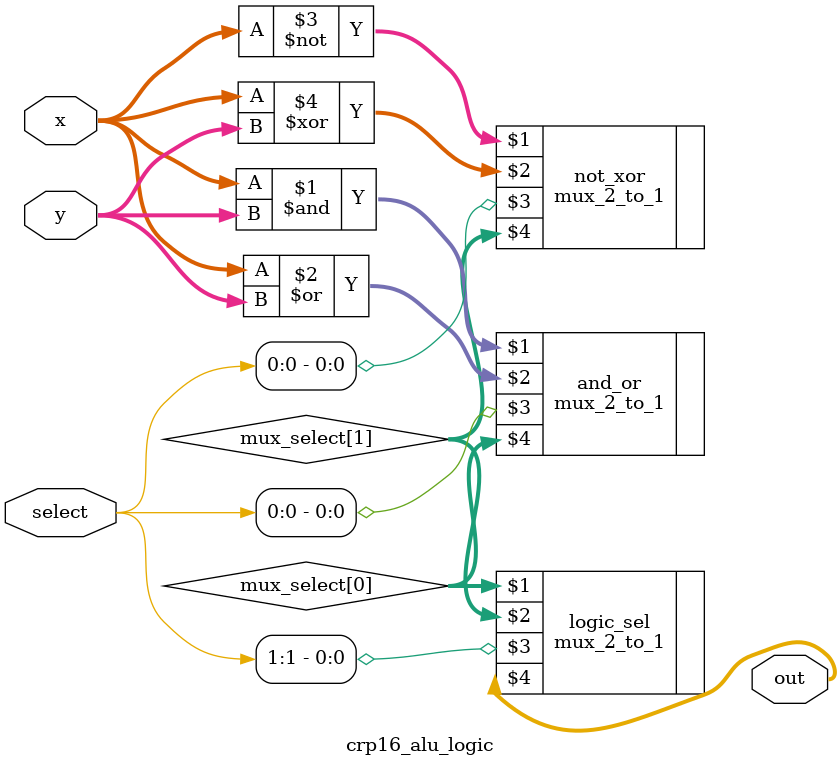
<source format=v>
`ifndef CRP16_ALU_LOGIC
`define CRP16_ALU_LOGIC
`include "../../crp16_subcomponents/mux_2_to_1/mux_2_to_1.v"

/*
 * The logic part of the ALU
 * x, y : operands
 * select : operator select
 * out : output
 */
module crp16_alu_logic(x, y, select, out);
    input [15:0] x;
    input [15:0] y;
    input [1:0] select;
    output [15:0] out;
    
    // 4 to 1 mux to select between and, or, not, xor
    wire [15:0] mux_select[0:1]; 
    
    // and/or mux
    mux_2_to_1 #(16) and_or(x & y, x | y, select[0], mux_select[0]); 
    
    // not/xor mux
    mux_2_to_1 #(16) not_xor(~x, x ^ y, select[0], mux_select[1]); 
    
    // selects between and/or and not/xor
    mux_2_to_1 #(16) logic_sel(mux_select[0], mux_select[1], select[1], out);
endmodule

`endif
</source>
